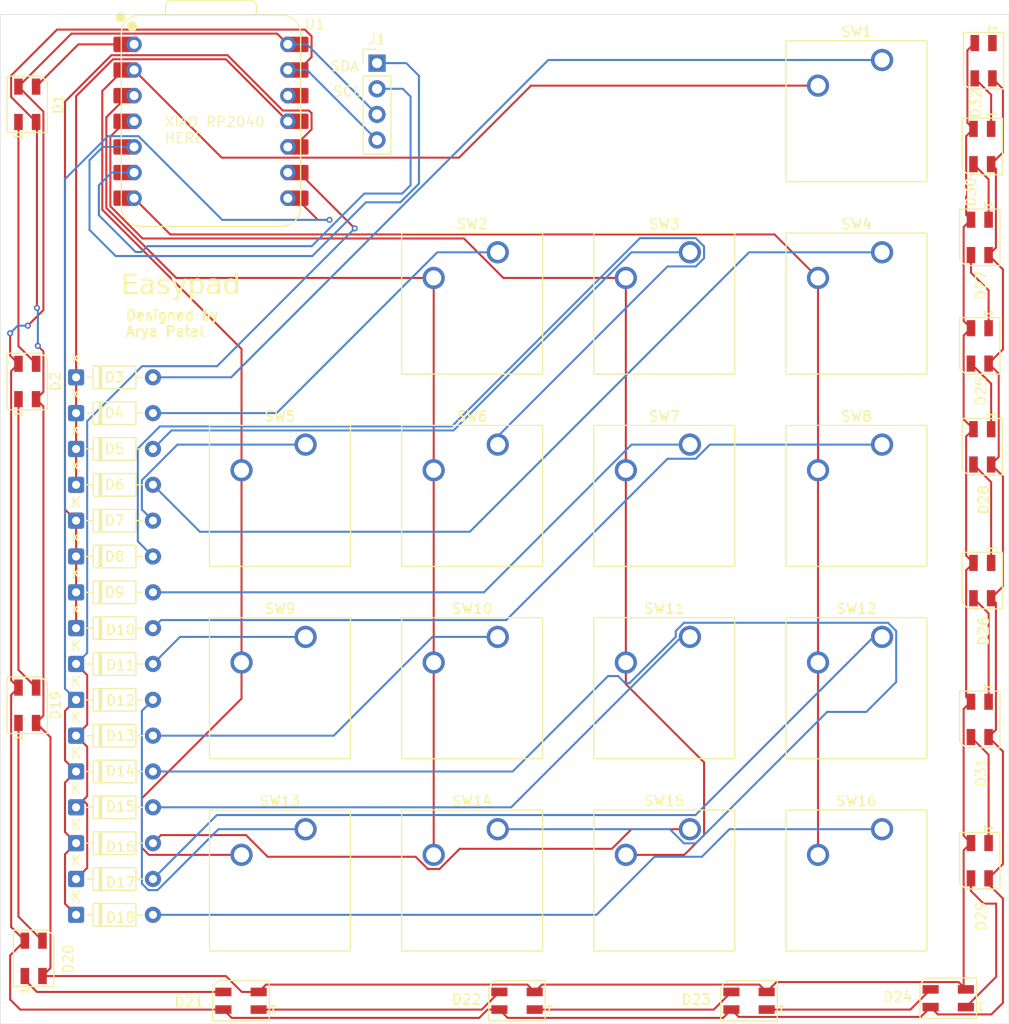
<source format=kicad_pcb>
(kicad_pcb (version 20241229) (generator "pcbnew") (generator_version "9.0")
  (layers (0 "F.Cu" signal) (2 "B.Cu" signal) (13 "F.Paste" user) (15 "B.Paste" user) (5 "F.SilkS" user "F.Silkscreen") (7 "B.SilkS" user "B.Silkscreen") (1 "F.Mask" user) (3 "B.Mask" user) (25 "Edge.Cuts" user))
  (net 0 "")
  (net 1 "Net-(D1-DIN)")
  (net 2 "GND")
  (net 3 "+5V")
  (net 4 "Net-(D1-DOUT)")
  (net 5 "Net-(D19-DIN)")
  (net 6 "Net-(D3-A)")
  (net 7 "R1")
  (net 8 "Net-(D4-A)")
  (net 9 "Net-(D5-A)")
  (net 10 "Net-(D6-A)")
  (net 11 "R2")
  (net 12 "Net-(D7-A)")
  (net 13 "Net-(D8-A)")
  (net 14 "Net-(D9-A)")
  (net 15 "Net-(D10-A)")
  (net 16 "R3")
  (net 17 "Net-(D11-A)")
  (net 18 "Net-(D12-A)")
  (net 19 "R4")
  (net 20 "Net-(D13-A)")
  (net 21 "Net-(D14-A)")
  (net 22 "Net-(D15-A)")
  (net 23 "Net-(D16-A)")
  (net 24 "Net-(D17-A)")
  (net 25 "Net-(D18-A)")
  (net 26 "Net-(D19-DOUT)")
  (net 27 "Net-(D20-DOUT)")
  (net 28 "Net-(D21-DOUT)")
  (net 29 "Net-(D22-DOUT)")
  (net 30 "Net-(D23-DOUT)")
  (net 31 "Net-(D24-DOUT)")
  (net 32 "Net-(D25-DOUT)")
  (net 33 "Net-(D26-DOUT)")
  (net 34 "Net-(D26-DIN)")
  (net 35 "Net-(D29-DOUT)")
  (net 36 "Net-(D30-DOUT)")
  (net 38 "Net-(J1-Pin_2)")
  (net 39 "Net-(J1-Pin_1)")
  (net 40 "C1")
  (net 41 "C2")
  (net 42 "C3")
  (net 43 "C4")
  (net 45 "Net-(D25-DIN)")
  (net 46 "Net-(D27-DOUT)")
  (footprint "LED_SMD:LED_SK6812MINI_PLCC4_3.5x3.5mm_P1.75mm" (layer "F.Cu") (at 159.425314 79.621 -90)
    (property "Reference" "D26")
    (property "Value" "SK6812MINI")
  )
  (footprint "Diode_THT:D_DO-35_SOD27_P7.62mm_Horizontal" (layer "F.Cu") (at 69.590314 102.0835)
    (property "Reference" "D15")
    (property "Value" "1N4148")
  )
  (footprint "OPL:XIAO-RP2040-DIP" (layer "F.Cu") (at 82.960314 34.121)
    (property "Reference" "U1")
    (property "Value" "XIAO-RP2040-DIP")
  )
  (footprint "Diode_THT:D_DO-35_SOD27_P7.62mm_Horizontal" (layer "F.Cu") (at 69.590314 70.1335)
    (property "Reference" "D6")
    (property "Value" "1N4148")
  )
  (footprint "Diode_THT:D_DO-35_SOD27_P7.62mm_Horizontal" (layer "F.Cu") (at 69.590314 105.6335)
    (property "Reference" "D16")
    (property "Value" "1N4148")
  )
  (footprint "Diode_THT:D_DO-35_SOD27_P7.62mm_Horizontal" (layer "F.Cu") (at 69.590314 73.6835)
    (property "Reference" "D7")
    (property "Value" "1N4148")
  )
  (footprint "Diode_THT:D_DO-35_SOD27_P7.62mm_Horizontal" (layer "F.Cu") (at 69.590314 63.0335)
    (property "Reference" "D4")
    (property "Value" "1N4148")
  )
  (footprint "Button_Switch_Keyboard:SW_Cherry_MX_1.00u_PCB" (layer "F.Cu") (at 111.390314 66.151)
    (property "Reference" "SW6")
    (property "Value" "SW_Push")
  )
  (footprint "Connector_PinHeader_2.54mm:PinHeader_1x04_P2.54mm_Vertical" (layer "F.Cu") (at 99.420314 28.361)
    (property "Reference" "J1")
    (property "Value" "Conn_01x04")
  )
  (footprint "Diode_THT:D_DO-35_SOD27_P7.62mm_Horizontal" (layer "F.Cu") (at 69.590314 94.9835)
    (property "Reference" "D13")
    (property "Value" "1N4148")
  )
  (footprint "Diode_THT:D_DO-35_SOD27_P7.62mm_Horizontal" (layer "F.Cu") (at 69.590314 112.7335)
    (property "Reference" "D18")
    (property "Value" "1N4148")
  )
  (footprint "LED_SMD:LED_SK6812MINI_PLCC4_3.5x3.5mm_P1.75mm" (layer "F.Cu") (at 159.550314 28.121 -90)
    (property "Reference" "D32")
    (property "Value" "SK6812MINI")
  )
  (footprint "LED_SMD:LED_SK6812MINI_PLCC4_3.5x3.5mm_P1.75mm" (layer "F.Cu") (at 159.175314 45.621 -90)
    (property "Reference" "D27")
    (property "Value" "SK6812MINI")
  )
  (footprint "LED_SMD:LED_SK6812MINI_PLCC4_3.5x3.5mm_P1.75mm" (layer "F.Cu") (at 156.050314 120.996 180)
    (property "Reference" "D24")
    (property "Value" "SK6812MINI")
  )
  (footprint "Button_Switch_Keyboard:SW_Cherry_MX_1.00u_PCB" (layer "F.Cu") (at 149.490314 66.151)
    (property "Reference" "SW8")
    (property "Value" "SW_Push")
  )
  (footprint "Diode_THT:D_DO-35_SOD27_P7.62mm_Horizontal" (layer "F.Cu") (at 69.590314 80.7835)
    (property "Reference" "D9")
    (property "Value" "1N4148")
  )
  (footprint "Button_Switch_Keyboard:SW_Cherry_MX_1.00u_PCB" (layer "F.Cu") (at 111.390314 104.251)
    (property "Reference" "SW14")
    (property "Value" "SW_Push")
  )
  (footprint "Diode_THT:D_DO-35_SOD27_P7.62mm_Horizontal" (layer "F.Cu") (at 69.590314 109.1835)
    (property "Reference" "D17")
    (property "Value" "1N4148")
  )
  (footprint "Button_Switch_Keyboard:SW_Cherry_MX_1.00u_PCB" (layer "F.Cu") (at 92.340314 66.151)
    (property "Reference" "SW5")
    (property "Value" "SW_Push")
  )
  (footprint "LED_SMD:LED_SK6812MINI_PLCC4_3.5x3.5mm_P1.75mm" (layer "F.Cu") (at 159.425314 36.621 -90)
    (property "Reference" "D30")
    (property "Value" "SK6812MINI")
  )
  (footprint "Button_Switch_Keyboard:SW_Cherry_MX_1.00u_PCB" (layer "F.Cu") (at 149.490314 47.101)
    (property "Reference" "SW4")
    (property "Value" "SW_Push")
  )
  (footprint "Diode_THT:D_DO-35_SOD27_P7.62mm_Horizontal" (layer "F.Cu") (at 69.590314 66.5835)
    (property "Reference" "D5")
    (property "Value" "1N4148")
  )
  (footprint "LED_SMD:LED_SK6812MINI_PLCC4_3.5x3.5mm_P1.75mm" (layer "F.Cu") (at 113.300314 121.246 180)
    (property "Reference" "D22")
    (property "Value" "SK6812MINI")
  )
  (footprint "Diode_THT:D_DO-35_SOD27_P7.62mm_Horizontal" (layer "F.Cu") (at 69.590314 98.5335)
    (property "Reference" "D14")
    (property "Value" "1N4148")
  )
  (footprint "Diode_THT:D_DO-35_SOD27_P7.62mm_Horizontal" (layer "F.Cu") (at 69.590314 87.8835)
    (property "Reference" "D11")
    (property "Value" "1N4148")
  )
  (footprint "Diode_THT:D_DO-35_SOD27_P7.62mm_Horizontal" (layer "F.Cu") (at 69.590314 84.3335)
    (property "Reference" "D10")
    (property "Value" "1N4148")
  )
  (footprint "Button_Switch_Keyboard:SW_Cherry_MX_1.00u_PCB" (layer "F.Cu") (at 92.340314 104.251)
    (property "Reference" "SW13")
    (property "Value" "SW_Push")
  )
  (footprint "Button_Switch_Keyboard:SW_Cherry_MX_1.00u_PCB" (layer "F.Cu") (at 111.390314 85.201)
    (property "Reference" "SW10")
    (property "Value" "SW_Push")
  )
  (footprint "Button_Switch_Keyboard:SW_Cherry_MX_1.00u_PCB" (layer "F.Cu") (at 149.490314 85.201)
    (property "Reference" "SW12")
    (property "Value" "SW_Push")
  )
  (footprint "Button_Switch_Keyboard:SW_Cherry_MX_1.00u_PCB" (layer "F.Cu") (at 92.340314 85.201)
    (property "Reference" "SW9")
    (property "Value" "SW_Push")
  )
  (footprint "LED_SMD:LED_SK6812MINI_PLCC4_3.5x3.5mm_P1.75mm" (layer "F.Cu") (at 159.425314 66.371 -90)
    (property "Reference" "D28")
    (property "Value" "SK6812MINI")
  )
  (footprint "Button_Switch_Keyboard:SW_Cherry_MX_1.00u_PCB" (layer "F.Cu") (at 130.440314 47.101)
    (property "Reference" "SW3")
    (property "Value" "SW_Push")
  )
  (footprint "Button_Switch_Keyboard:SW_Cherry_MX_1.00u_PCB" (layer "F.Cu") (at 130.440314 85.201)
    (property "Reference" "SW11")
    (property "Value" "SW_Push")
  )
  (footprint "LED_SMD:LED_SK6812MINI_PLCC4_3.5x3.5mm_P1.75mm" (layer "F.Cu") (at 64.750314 91.971 90)
    (property "Reference" "D19")
    (property "Value" "SK6812MINI")
  )
  (footprint "Diode_THT:D_DO-35_SOD27_P7.62mm_Horizontal" (layer "F.Cu") (at 69.590314 91.4335)
    (property "Reference" "D12")
    (property "Value" "1N4148")
  )
  (footprint "Button_Switch_Keyboard:SW_Cherry_MX_1.00u_PCB" (layer "F.Cu") (at 149.490314 104.251)
    (property "Reference" "SW16")
    (property "Value" "SW_Push")
  )
  (footprint "Button_Switch_Keyboard:SW_Cherry_MX_1.00u_PCB" (layer "F.Cu") (at 149.490314 28.051)
    (property "Reference" "SW1")
    (property "Value" "SW_Push")
  )
  (footprint "Button_Switch_Keyboard:SW_Cherry_MX_1.00u_PCB" (layer "F.Cu") (at 130.440314 66.151)
    (property "Reference" "SW7")
    (property "Value" "SW_Push")
  )
  (footprint "LED_SMD:LED_SK6812MINI_PLCC4_3.5x3.5mm_P1.75mm" (layer "F.Cu") (at 64.750314 59.896 90)
    (property "Reference" "D2")
    (property "Value" "SK6812MINI")
  )
  (footprint "Button_Switch_Keyboard:SW_Cherry_MX_1.00u_PCB" (layer "F.Cu") (at 111.390314 47.101)
    (property "Reference" "SW2")
    (property "Value" "SW_Push")
  )
  (footprint "LED_SMD:LED_SK6812MINI_PLCC4_3.5x3.5mm_P1.75mm" (layer "F.Cu") (at 159.175314 107.371 -90)
    (property "Reference" "D29")
    (property "Value" "SK6812MINI")
  )
  (footprint "Diode_THT:D_DO-35_SOD27_P7.62mm_Horizontal" (layer "F.Cu") (at 69.590314 77.2335)
    (property "Reference" "D8")
    (property "Value" "1N4148")
  )
  (footprint "Button_Switch_Keyboard:SW_Cherry_MX_1.00u_PCB" (layer "F.Cu") (at 130.440314 104.251)
    (property "Reference" "SW15")
    (property "Value" "SW_Push")
  )
  (footprint "LED_SMD:LED_SK6812MINI_PLCC4_3.5x3.5mm_P1.75mm" (layer "F.Cu") (at 159.175314 93.371 -90)
    (property "Reference" "D31")
    (property "Value" "SK6812MINI")
  )
  (footprint "LED_SMD:LED_SK6812MINI_PLCC4_3.5x3.5mm_P1.75mm" (layer "F.Cu") (at 64.750314 32.43975 90)
    (property "Reference" "D1")
    (property "Value" "SK6812MINI")
  )
  (footprint "Diode_THT:D_DO-35_SOD27_P7.62mm_Horizontal" (layer "F.Cu") (at 69.590314 59.4835)
    (property "Reference" "D3")
    (property "Value" "1N4148")
  )
  (footprint "LED_SMD:LED_SK6812MINI_PLCC4_3.5x3.5mm_P1.75mm" (layer "F.Cu") (at 65.381564 117.046 90)
    (property "Reference" "D20")
    (property "Value" "SK6812MINI")
  )
  (footprint "LED_SMD:LED_SK6812MINI_PLCC4_3.5x3.5mm_P1.75mm" (layer "F.Cu") (at 159.175314 56.371 -90)
    (property "Reference" "D25")
    (property "Value" "SK6812MINI")
  )
  (footprint "LED_SMD:LED_SK6812MINI_PLCC4_3.5x3.5mm_P1.75mm" (layer "F.Cu") (at 85.937814 121.246 180)
    (property "Reference" "D21")
    (property "Value" "SK6812MINI")
  )
  (footprint "LED_SMD:LED_SK6812MINI_PLCC4_3.5x3.5mm_P1.75mm" (layer "F.Cu") (at 136.300314 121.246 180)
    (property "Reference" "D23")
    (property "Value" "SK6812MINI")
  )
  (gr_rect (start 62.071564 23.546) (end 162.071564 123.546) (stroke (width 0.05)) (fill no) (layer "Edge.Cuts"))
  (gr_text "SCL" (at 95 31.75 0) (layer "F.SilkS") (effects (font (size 1 1) (thickness 0.1)) (justify left bottom)))
  (gr_text "XIAO RP2040 \nHERE" (at 78.300314 36.371 0) (layer "F.SilkS") (effects (font (size 1 1) (thickness 0.1)) (justify left bottom)))
  (gr_text "Easypad" (at 74.03 51.58 0) (layer "F.SilkS") (effects (font (size 2 2) (thickness 0.2)) (justify left bottom)))
  (gr_text "SDA\n" (at 94.75 29.25 0) (layer "F.SilkS") (effects (font (size 1 1) (thickness 0.1)) (justify left bottom)))
  (gr_text "Designed by \nArya Patel" (at 74.42 55.52 0) (layer "F.SilkS") (effects (font (size 1 1) (thickness 0.2)) (justify left bottom)))
  (segment (start 69.814064 26.501) (end 75.340314 26.501) (width 0.2) (layer "F.Cu") (net 1))
  (segment (start 65.625314 30.68975) (end 69.814064 26.501) (width 0.2) (layer "F.Cu") (net 1))
  (segment (start 158.300314 91.621) (end 157.824314 91.145) (width 0.2) (layer "F.Cu") (net 2))
  (segment (start 157.824314 65.347) (end 158.550314 64.621) (width 0.2) (layer "F.Cu") (net 2))
  (segment (start 158.300314 105.621) (end 157.574314 104.895) (width 0.2) (layer "F.Cu") (net 2))
  (segment (start 157.824314 43.395) (end 157.824314 35.597) (width 0.2) (layer "F.Cu") (net 2))
  (segment (start 115.776314 119.645) (end 137.324314 119.645) (width 0.2) (layer "F.Cu") (net 2))
  (segment (start 65.625314 34.18975) (end 65.710099 34.274535) (width 0.2) (layer "F.Cu") (net 2))
  (segment (start 65.625314 61.646) (end 66.351314 62.372) (width 0.2) (layer "F.Cu") (net 2))
  (segment (start 66.351314 60.92) (end 65.625314 61.646) (width 0.2) (layer "F.Cu") (net 2))
  (segment (start 65.625314 34.18975) (end 63.149314 31.71375) (width 0.2) (layer "F.Cu") (net 2))
  (segment (start 158.300314 54.621) (end 157.574314 53.895) (width 0.2) (layer "F.Cu") (net 2))
  (segment (start 157.574314 55.347) (end 158.300314 54.621) (width 0.2) (layer "F.Cu") (net 2))
  (segment (start 63.149314 29.58875) (end 67.701064 25.037) (width 0.2) (layer "F.Cu") (net 2))
  (segment (start 67.050314 95.146) (end 67.050314 118.00225) (width 0.2) (layer "F.Cu") (net 2))
  (segment (start 137.324314 119.645) (end 138.050314 120.371) (width 0.2) (layer "F.Cu") (net 2))
  (segment (start 138.050314 120.371) (end 139.026314 119.395) (width 0.2) (layer "F.Cu") (net 2))
  (segment (start 157.574314 63.645) (end 157.574314 55.347) (width 0.2) (layer "F.Cu") (net 2))
  (segment (start 65.800314 56.371) (end 66.351314 56.922) (width 0.2) (layer "F.Cu") (net 2))
  (segment (start 92.932314 27.76663) (end 91.657944 29.041) (width 0.2) (layer "F.Cu") (net 2))
  (segment (start 158.550314 34.871) (end 157.949314 34.27) (width 0.2) (layer "F.Cu") (net 2))
  (segment (start 157.574314 92.347) (end 158.300314 91.621) (width 0.2) (layer "F.Cu") (net 2))
  (segment (start 157.949314 34.27) (end 157.949314 27.097) (width 0.2) (layer "F.Cu") (net 2))
  (segment (start 63.149314 31.71375) (end 63.149314 29.58875) (width 0.2) (layer "F.Cu") (net 2))
  (segment (start 66.351314 62.372) (end 66.351314 92.995) (width 0.2) (layer "F.Cu") (net 2))
  (segment (start 66.256564 118.796) (end 84.439814 118.796) (width 0.2) (layer "F.Cu") (net 2))
  (segment (start 157.574314 44.597) (end 158.300314 43.871) (width 0.2) (layer "F.Cu") (net 2))
  (segment (start 114.324314 119.645) (end 115.050314 120.371) (width 0.2) (layer "F.Cu") (net 2))
  (segment (start 157.800314 120.121) (end 157.574314 119.895) (width 0.2) (layer "F.Cu") (net 2))
  (segment (start 115.050314 120.371) (end 115.776314 119.645) (width 0.2) (layer "F.Cu") (net 2))
  (segment (start 65.625314 93.721) (end 67.050314 95.146) (width 0.2) (layer "F.Cu") (net 2))
  (segment (start 157.574314 53.895) (end 157.574314 44.597) (width 0.2) (layer "F.Cu") (net 2))
  (segment (start 157.074314 119.395) (end 157.800314 120.121) (width 0.2) (layer "F.Cu") (net 2))
  (segment (start 84.439814 118.796) (end 86.014814 120.371) (width 0.2) (layer "F.Cu") (net 2))
  (segment (start 158.550314 77.871) (end 157.824314 77.145) (width 0.2) (layer "F.Cu") (net 2))
  (segment (start 157.574314 119.895) (end 157.574314 106.347) (width 0.2) (layer "F.Cu") (net 2))
  (segment (start 92.26994 25.037) (end 92.932314 25.699374) (width 0.2) (layer "F.Cu") (net 2))
  (segment (start 157.824314 77.145) (end 157.824314 65.347) (width 0.2) (layer "F.Cu") (net 2))
  (segment (start 157.824314 78.597) (end 158.550314 77.871) (width 0.2) (layer "F.Cu") (net 2))
  (segment (start 67.701064 25.037) (end 92.26994 25.037) (width 0.2) (layer "F.Cu") (net 2))
  (segment (start 157.949314 27.097) (end 158.675314 26.371) (width 0.2) (layer "F.Cu") (net 2))
  (segment (start 157.824314 35.597) (end 158.550314 34.871) (width 0.2) (layer "F.Cu") (net 2))
  (segment (start 157.574314 106.347) (end 158.300314 105.621) (width 0.2) (layer "F.Cu") (net 2))
  (segment (start 86.014814 120.371) (end 87.687814 120.371) (width 0.2) (layer "F.Cu") (net 2))
  (segment (start 65.710099 34.274535) (end 65.710099 52.612685) (width 0.2) (layer "F.Cu") (net 2))
  (segment (start 67.050314 118.00225) (end 66.256564 118.796) (width 0.2) (layer "F.Cu") (net 2))
  (segment (start 158.550314 64.621) (end 157.574314 63.645) (width 0.2) (layer "F.Cu") (net 2))
  (segment (start 88.413814 119.645) (end 114.324314 119.645) (width 0.2) (layer "F.Cu") (net 2))
  (segment (start 87.687814 120.371) (end 88.413814 119.645) (width 0.2) (layer "F.Cu") (net 2))
  (segment (start 139.026314 119.395) (end 157.074314 119.395) (width 0.2) (layer "F.Cu") (net 2))
  (segment (start 66.351314 56.922) (end 66.351314 60.92) (width 0.2) (layer "F.Cu") (net 2))
  (segment (start 92.932314 25.699374) (end 92.932314 27.76663) (width 0.2) (layer "F.Cu") (net 2))
  (segment (start 157.574314 104.895) (end 157.574314 92.347) (width 0.2) (layer "F.Cu") (net 2))
  (segment (start 66.351314 92.995) (end 65.625314 93.721) (width 0.2) (layer "F.Cu") (net 2))
  (segment (start 91.657944 29.041) (end 90.580314 29.041) (width 0.2) (layer "F.Cu") (net 2))
  (segment (start 158.300314 43.871) (end 157.824314 43.395) (width 0.2) (layer "F.Cu") (net 2))
  (segment (start 157.824314 91.145) (end 157.824314 78.597) (width 0.2) (layer "F.Cu") (net 2))
  (via (at 65.800314 56.371) (size 0.6) (drill 0.3) (layers "F.Cu" "B.Cu") (net 2))
  (via (at 65.710099 52.612685) (size 0.6) (drill 0.3) (layers "F.Cu" "B.Cu") (net 2))
  (segment (start 99.420314 35.981) (end 92.480314 29.041) (width 0.2) (layer "B.Cu") (net 2))
  (segment (start 92.480314 29.041) (end 90.580314 29.041) (width 0.2) (layer "B.Cu") (net 2))
  (segment (start 65.710099 52.612685) (end 65.800314 52.7029) (width 0.2) (layer "B.Cu") (net 2))
  (segment (start 65.800314 52.7029) (end 65.800314 56.371) (width 0.2) (layer "B.Cu") (net 2))
  (segment (start 161.470564 107.70075) (end 161.470564 96.54125) (width 0.2) (layer "F.Cu") (net 3))
  (segment (start 161.470564 30.91625) (end 160.425314 29.871) (width 0.2) (layer "F.Cu") (net 3))
  (segment (start 154.300314 121.871) (end 155.026314 122.597) (width 0.2) (layer "F.Cu") (net 3))
  (segment (start 63.875314 30.68975) (end 66.351314 33.16575) (width 0.2) (layer "F.Cu") (net 3))
  (segment (start 85.011814 122.945) (end 109.550314 122.945) (width 0.2) (layer "F.Cu") (net 3))
  (segment (start 63.149314 58.872) (end 63.149314 89.495) (width 0.2) (layer "F.Cu") (net 3))
  (segment (start 63.050314 121.121) (end 64.050314 122.121) (width 0.2) (layer "F.Cu") (net 3))
  (segment (start 161.470564 121.45075) (end 161.470564 111.121) (width 0.2) (layer "F.Cu") (net 3))
  (segment (start 63.149314 90.947) (end 63.149314 113.93875) (width 0.2) (layer "F.Cu") (net 3))
  (segment (start 84.187814 122.121) (end 85.011814 122.945) (width 0.2) (layer "F.Cu") (net 3))
  (segment (start 63.149314 113.93875) (end 64.506564 115.296) (width 0.2) (layer "F.Cu") (net 3))
  (segment (start 63.050314 55.121) (end 63.050314 57.321) (width 0.2) (layer "F.Cu") (net 3))
  (segment (start 66.351314 52.82) (end 64.800314 54.371) (width 0.2) (layer "F.Cu") (net 3))
  (segment (start 155.026314 122.597) (end 160.324314 122.597) (width 0.2) (layer "F.Cu") (net 3))
  (segment (start 63.149314 89.495) (end 63.875314 90.221) (width 0.2) (layer "F.Cu") (net 3))
  (segment (start 160.300314 38.371) (end 161.470564 37.20075) (width 0.2) (layer "F.Cu") (net 3))
  (segment (start 160.324314 122.597) (end 161.470564 121.45075) (width 0.2) (layer "F.Cu") (net 3))
  (segment (start 160.050314 58.121) (end 161.470564 56.70075) (width 0.2) (layer "F.Cu") (net 3))
  (segment (start 64.506564 115.296) (end 63.050314 116.75225) (width 0.2) (layer "F.Cu") (net 3))
  (segment (start 161.050314 67.371) (end 161.050314 59.121) (width 0.2) (layer "F.Cu") (net 3))
  (segment (start 160.050314 109.121) (end 161.470564 107.70075) (width 0.2) (layer "F.Cu") (net 3))
  (segment (start 64.050314 122.121) (end 84.187814 122.121) (width 0.2) (layer "F.Cu") (net 3))
  (segment (start 160.300314 68.121) (end 161.050314 67.371) (width 0.2) (layer "F.Cu") (net 3))
  (segment (start 160.776314 38.847) (end 160.300314 38.371) (width 0.2) (layer "F.Cu") (net 3))
  (segment (start 153.324314 122.847) (end 154.300314 121.871) (width 0.2) (layer "F.Cu") (net 3))
  (segment (start 161.470564 69.29125) (end 160.300314 68.121) (width 0.2) (layer "F.Cu") (net 3))
  (segment (start 63.875314 30.68975) (end 69.127064 25.438) (width 0.2) (layer "F.Cu") (net 3))
  (segment (start 63.875314 58.146) (end 63.149314 58.872) (width 0.2) (layer "F.Cu") (net 3))
  (segment (start 160.050314 109.70075) (end 160.050314 109.121) (width 0.2) (layer "F.Cu") (net 3))
  (segment (start 161.470564 80.20075) (end 161.470564 69.29125) (width 0.2) (layer "F.Cu") (net 3))
  (segment (start 160.300314 81.371) (end 161.470564 80.20075) (width 0.2) (layer "F.Cu") (net 3))
  (segment (start 161.050314 59.121) (end 160.050314 58.121) (width 0.2) (layer "F.Cu") (net 3))
  (segment (start 160.776314 46.645) (end 160.776314 38.847) (width 0.2) (layer "F.Cu") (net 3))
  (segment (start 66.351314 33.16575) (end 66.351314 52.82) (width 0.2) (layer "F.Cu") (net 3))
  (segment (start 63.050314 116.75225) (end 63.050314 121.121) (width 0.2) (layer "F.Cu") (net 3))
  (segment (start 133.726314 122.945) (end 134.550314 122.121) (width 0.2) (layer "F.Cu") (net 3))
  (segment (start 161.470564 56.70075) (end 161.470564 48.79125) (width 0.2) (layer "F.Cu") (net 3))
  (segment (start 110.374314 122.121) (end 111.550314 122.121) (width 0.2) (layer "F.Cu") (net 3))
  (segment (start 89.517314 25.438) (end 90.580314 26.501) (width 0.2) (layer "F.Cu") (net 3))
  (segment (start 160.050314 95.121) (end 160.776314 94.395) (width 0.2) (layer "F.Cu") (net 3))
  (segment (start 160.776314 81.847) (end 160.300314 81.371) (width 0.2) (layer "F.Cu") (net 3))
  (segment (start 161.470564 48.79125) (end 160.050314 47.371) (width 0.2) (layer "F.Cu") (net 3))
  (segment (start 161.470564 96.54125) (end 160.050314 95.121) (width 0.2) (layer "F.Cu") (net 3))
  (segment (start 112.374314 122.945) (end 133.726314 122.945) (width 0.2) (layer "F.Cu") (net 3))
  (segment (start 111.550314 122.121) (end 112.374314 122.945) (width 0.2) (layer "F.Cu") (net 3))
  (segment (start 134.550314 122.121) (end 135.276314 122.847) (width 0.2) (layer "F.Cu") (net 3))
  (segment (start 160.776314 94.395) (end 160.776314 81.847) (width 0.2) (layer "F.Cu") (net 3))
  (segment (start 160.050314 47.371) (end 160.776314 46.645) (width 0.2) (layer "F.Cu") (net 3))
  (segment (start 135.276314 122.847) (end 153.324314 122.847) (width 0.2) (layer "F.Cu") (net 3))
  (segment (start 63.875314 90.221) (end 63.149314 90.947) (width 0.2) (layer "F.Cu") (net 3))
  (segment (start 161.470564 111.121) (end 160.050314 109.70075) (width 0.2) (layer "F.Cu") (net 3))
  (segment (start 63.050314 57.321) (end 63.875314 58.146) (width 0.2) (layer "F.Cu") (net 3))
  (segment (start 69.127064 25.438) (end 89.517314 25.438) (width 0.2) (layer "F.Cu") (net 3))
  (segment (start 109.550314 122.945) (end 110.374314 122.121) (width 0.2) (layer "F.Cu") (net 3))
  (segment (start 161.470564 37.20075) (end 161.470564 30.91625) (width 0.2) (layer "F.Cu") (net 3))
  (via (at 63.050314 55.121) (size 0.6) (drill 0.3) (layers "F.Cu" "B.Cu") (net 3))
  (via (at 64.800314 54.371) (size 0.6) (drill 0.3) (layers "F.Cu" "B.Cu") (net 3))
  (segment (start 92.480314 26.501) (end 90.580314 26.501) (width 0.2) (layer "B.Cu") (net 3))
  (segment (start 99.420314 33.441) (end 92.480314 26.501) (width 0.2) (layer "B.Cu") (net 3))
  (segment (start 63.800314 54.371) (end 63.050314 55.121) (width 0.2) (layer "B.Cu") (net 3))
  (segment (start 64.800314 54.371) (end 63.800314 54.371) (width 0.2) (layer "B.Cu") (net 3))
  (segment (start 63.875314 34.18975) (end 63.875314 56.396) (width 0.2) (layer "F.Cu") (net 4))
  (segment (start 63.875314 56.396) (end 65.625314 58.146) (width 0.2) (layer "F.Cu") (net 4))
  (segment (start 63.875314 88.471) (end 65.625314 90.221) (width 0.2) (layer "F.Cu") (net 5))
  (segment (start 63.875314 61.646) (end 63.875314 88.471) (width 0.2) (layer "F.Cu") (net 5))
  (segment (start 149.490314 28.051) (end 116.397414 28.051) (width 0.2) (layer "B.Cu") (net 6))
  (segment (start 84.964914 59.4835) (end 77.210314 59.4835) (width 0.2) (layer "B.Cu") (net 6))
  (segment (start 116.397414 28.051) (end 84.964914 59.4835) (width 0.2) (layer "B.Cu") (net 6))
  (segment (start 69.590314 63.0335) (end 69.590314 66.5835) (width 0.2) (layer "F.Cu") (net 7))
  (segment (start 69.590314 66.5835) (end 69.590314 70.1335) (width 0.2) (layer "F.Cu") (net 7))
  (segment (start 84.437314 27.978) (end 73.249688 27.978) (width 0.2) (layer "F.Cu") (net 7))
  (segment (start 69.590314 59.4835) (end 69.590314 63.0335) (width 0.2) (layer "F.Cu") (net 7))
  (segment (start 90.580314 34.121) (end 84.437314 27.978) (width 0.2) (layer "F.Cu") (net 7))
  (segment (start 69.590314 31.637374) (end 69.590314 59.4835) (width 0.2) (layer "F.Cu") (net 7))
  (segment (start 73.249688 27.978) (end 69.590314 31.637374) (width 0.2) (layer "F.Cu") (net 7))
  (segment (start 89.467814 63.0335) (end 77.210314 63.0335) (width 0.2) (layer "B.Cu") (net 8))
  (segment (start 105.400314 47.101) (end 89.467814 63.0335) (width 0.2) (layer "B.Cu") (net 8))
  (segment (start 111.390314 47.101) (end 105.400314 47.101) (width 0.2) (layer "B.Cu") (net 8))
  (segment (start 107 64.75) (end 79.043814 64.75) (width 0.2) (layer "B.Cu") (net 9))
  (segment (start 79.043814 64.75) (end 77.210314 66.5835) (width 0.2) (layer "B.Cu") (net 9))
  (segment (start 130.440314 47.101) (end 124.649 47.101) (width 0.2) (layer "B.Cu") (net 9))
  (segment (start 124.649 47.101) (end 107 64.75) (width 0.2) (layer "B.Cu") (net 9))
  (segment (start 149.490314 47.101) (end 136.30513 47.101) (width 0.2) (layer "B.Cu") (net 10))
  (segment (start 81.861314 74.7845) (end 77.210314 70.1335) (width 0.2) (layer "B.Cu") (net 10))
  (segment (start 136.30513 47.101) (end 108.62163 74.7845) (width 0.2) (layer "B.Cu") (net 10))
  (segment (start 108.62163 74.7845) (end 81.861314 74.7845) (width 0.2) (layer "B.Cu") (net 10))
  (segment (start 90.084414 33.058) (end 84.603414 27.577) (width 0.2) (layer "F.Cu") (net 11))
  (segment (start 92.67094 33.058) (end 90.084414 33.058) (width 0.2) (layer "F.Cu") (net 11))
  (segment (start 73.083588 27.577) (end 68.489314 32.171274) (width 0.2) (layer "F.Cu") (net 11))
  (segment (start 90.580314 36.661) (end 91.19394 36.661) (width 0.2) (layer "F.Cu") (net 11))
  (segment (start 92.932314 34.922626) (end 92.932314 33.319374) (width 0.2) (layer "F.Cu") (net 11))
  (segment (start 68.489314 32.171274) (end 68.489314 72.5825) (width 0.2) (layer "F.Cu") (net 11))
  (segment (start 92.932314 33.319374) (end 92.67094 33.058) (width 0.2) (layer "F.Cu") (net 11))
  (segment (start 69.590314 73.6835) (end 69.590314 77.2335) (width 0.2) (layer "F.Cu") (net 11))
  (segment (start 69.590314 80.7835) (end 69.590314 84.3335) (width 0.2) (layer "F.Cu") (net 11))
  (segment (start 69.590314 77.2335) (end 69.590314 80.7835) (width 0.2) (layer "F.Cu") (net 11))
  (segment (start 84.603414 27.577) (end 73.083588 27.577) (width 0.2) (layer "F.Cu") (net 11))
  (segment (start 68.489314 72.5825) (end 69.590314 73.6835) (width 0.2) (layer "F.Cu") (net 11))
  (segment (start 91.19394 36.661) (end 92.932314 34.922626) (width 0.2) (layer "F.Cu") (net 11))
  (segment (start 76.109314 69.67745) (end 76.109314 72.5825) (width 0.2) (layer "B.Cu") (net 12))
  (segment (start 92.340314 66.151) (end 79.635764 66.151) (width 0.2) (layer "B.Cu") (net 12))
  (segment (start 79.635764 66.151) (end 76.109314 69.67745) (width 0.2) (layer "B.Cu") (net 12))
  (segment (start 76.109314 72.5825) (end 77.210314 73.6835) (width 0.2) (layer "B.Cu") (net 12))
  (segment (start 128.218628 48.502) (end 131.020628 48.502) (width 0.2) (layer "B.Cu") (net 13))
  (segment (start 111.390314 65.330314) (end 128.218628 48.502) (width 0.2) (layer "B.Cu") (net 13))
  (segment (start 131.841314 47.681314) (end 131.841314 46.520686) (width 0.2) (layer "B.Cu") (net 13))
  (segment (start 111.390314 66.151) (end 111.390314 65.330314) (width 0.2) (layer "B.Cu") (net 13))
  (segment (start 75.708314 75.7315) (end 77.210314 77.2335) (width 0.2) (layer "B.Cu") (net 13))
  (segment (start 125.4829 45.7) (end 106.8339 64.349) (width 0.2) (layer "B.Cu") (net 13))
  (segment (start 131.841314 46.520686) (end 131.020628 45.7) (width 0.2) (layer "B.Cu") (net 13))
  (segment (start 75.708314 66.52845) (end 75.708314 75.7315) (width 0.2) (layer "B.Cu") (net 13))
  (segment (start 77.887764 64.349) (end 75.708314 66.52845) (width 0.2) (layer "B.Cu") (net 13))
  (segment (start 106.8339 64.349) (end 77.887764 64.349) (width 0.2) (layer "B.Cu") (net 13))
  (segment (start 131.020628 45.7) (end 125.4829 45.7) (width 0.2) (layer "B.Cu") (net 13))
  (segment (start 131.020628 48.502) (end 131.841314 47.681314) (width 0.2) (layer "B.Cu") (net 13))
  (segment (start 110.017814 80.7835) (end 77.210314 80.7835) (width 0.2) (layer "B.Cu") (net 14))
  (segment (start 130.440314 66.151) (end 124.650314 66.151) (width 0.2) (layer "B.Cu") (net 14))
  (segment (start 124.650314 66.151) (end 110.017814 80.7835) (width 0.2) (layer "B.Cu") (net 14))
  (segment (start 132.421628 66.151) (end 131.020628 67.552) (width 0.2) (layer "B.Cu") (net 15))
  (segment (start 112.237127 83.533501) (end 78.010313 83.533501) (width 0.2) (layer "B.Cu") (net 15))
  (segment (start 149.490314 66.151) (end 132.421628 66.151) (width 0.2) (layer "B.Cu") (net 15))
  (segment (start 128.218628 67.552) (end 112.237127 83.533501) (width 0.2) (layer "B.Cu") (net 15))
  (segment (start 78.010313 83.533501) (end 77.210314 84.3335) (width 0.2) (layer "B.Cu") (net 15))
  (segment (start 131.020628 67.552) (end 128.218628 67.552) (width 0.2) (layer "B.Cu") (net 15))
  (segment (start 70.282814 101.391) (end 70.691314 101.7995) (width 0.2) (layer "F.Cu") (net 16))
  (segment (start 70.691314 96.0845) (end 70.691314 100.9825) (width 0.2) (layer "F.Cu") (net 16))
  (segment (start 69.590314 87.8835) (end 70.691314 88.9845) (width 0.2) (layer "F.Cu") (net 16))
  (segment (start 91.682814 39.201) (end 97.212814 44.731) (width 0.2) (layer "F.Cu") (net 16))
  (segment (start 70.691314 100.9825) (end 70.282814 101.391) (width 0.2) (layer "F.Cu") (net 16))
  (segment (start 70.282814 101.391) (end 69.590314 102.0835) (width 0.2) (layer "F.Cu") (net 16))
  (segment (start 70.691314 93.8825) (end 69.590314 94.9835) (width 0.2) (layer "F.Cu") (net 16))
  (segment (start 90.580314 39.201) (end 91.682814 39.201) (width 0.2) (layer "F.Cu") (net 16))
  (segment (start 69.590314 94.9835) (end 70.691314 96.0845) (width 0.2) (layer "F.Cu") (net 16))
  (segment (start 70.691314 108.0825) (end 69.590314 109.1835) (width 0.2) (layer "F.Cu") (net 16))
  (segment (start 70.691314 88.9845) (end 70.691314 93.8825) (width 0.2) (layer "F.Cu") (net 16))
  (segment (start 70.691314 101.7995) (end 70.691314 108.0825) (width 0.2) (layer "F.Cu") (net 16))
  (via (at 97.212814 44.731) (size 0.6) (drill 0.3) (layers "F.Cu" "B.Cu") (net 16))
  (segment (start 76.127474 58.3825) (end 70.691314 63.81866) (width 0.2) (layer "B.Cu") (net 16))
  (segment (start 97.212814 44.731) (end 83.561314 58.3825) (width 0.2) (layer "B.Cu") (net 16))
  (segment (start 70.691314 86.7825) (end 69.590314 87.8835) (width 0.2) (layer "B.Cu") (net 16))
  (segment (start 83.561314 58.3825) (end 76.127474 58.3825) (width 0.2) (layer "B.Cu") (net 16))
  (segment (start 70.691314 63.81866) (end 70.691314 86.7825) (width 0.2) (layer "B.Cu") (net 16))
  (segment (start 92.340314 85.201) (end 79.892814 85.201) (width 0.2) (layer "B.Cu") (net 17))
  (segment (start 79.892814 85.201) (end 77.210314 87.8835) (width 0.2) (layer "B.Cu") (net 17))
  (segment (start 92.340314 104.251) (end 83.699864 104.251) (width 0.2) (layer "B.Cu") (net 18))
  (segment (start 76.754264 110.2845) (end 76.109314 109.63955) (width 0.2) (layer "B.Cu") (net 18))
  (segment (start 76.109314 92.5345) (end 77.210314 91.4335) (width 0.2) (layer "B.Cu") (net 18))
  (segment (start 77.666364 110.2845) (end 76.754264 110.2845) (width 0.2) (layer "B.Cu") (net 18))
  (segment (start 83.699864 104.251) (end 77.666364 110.2845) (width 0.2) (layer "B.Cu") (net 18))
  (segment (start 76.109314 109.63955) (end 76.109314 92.5345) (width 0.2) (layer "B.Cu") (net 18))
  (segment (start 69.590314 98.5335) (end 68.489314 99.6345) (width 0.2) (layer "F.Cu") (net 19))
  (segment (start 69.590314 105.6335) (end 68.489314 106.7345) (width 0.2) (layer "F.Cu") (net 19))
  (segment (start 93.559808 43.885494) (end 94.707291 43.885494) (width 0.2) (layer "F.Cu") (net 19))
  (segment (start 68.489314 99.6345) (end 68.489314 104.5325) (width 0.2) (layer "F.Cu") (net 19))
  (segment (start 68.489314 97.4325) (end 69.590314 98.5335) (width 0.2) (layer "F.Cu") (net 19))
  (segment (start 68.489314 111.6325) (end 69.590314 112.7335) (width 0.2) (layer "F.Cu") (net 19))
  (segment (start 68.489314 104.5325) (end 69.590314 105.6335) (width 0.2) (layer "F.Cu") (net 19))
  (segment (start 91.415314 41.741) (end 93.559808 43.885494) (width 0.2) (layer "F.Cu") (net 19))
  (segment (start 68.489314 92.5345) (end 68.489314 97.4325) (width 0.2) (layer "F.Cu") (net 19))
  (segment (start 68.489314 106.7345) (end 68.489314 111.6325) (width 0.2) (layer "F.Cu") (net 19))
  (segment (start 69.590314 91.4335) (end 68.489314 92.5345) (width 0.2) (layer "F.Cu") (net 19))
  (via (at 94.707291 43.885494) (size 0.6) (drill 0.3) (layers "F.Cu" "B.Cu") (net 19))
  (segment (start 68.489314 90.3325) (end 69.590314 91.4335) (width 0.2) (layer "B.Cu") (net 19))
  (segment (start 84.068118 43.885494) (end 75.780624 35.598) (width 0.2) (layer "B.Cu") (net 19))
  (segment (start 68.489314 39.8449) (end 68.489314 90.3325) (width 0.2) (layer "B.Cu") (net 19))
  (segment (start 72.736214 35.598) (end 68.489314 39.8449) (width 0.2) (layer "B.Cu") (net 19))
  (segment (start 75.780624 35.598) (end 72.736214 35.598) (width 0.2) (layer "B.Cu") (net 19))
  (segment (start 94.707291 43.885494) (end 84.068118 43.885494) (width 0.2) (layer "B.Cu") (net 19))
  (segment (start 95.127814 94.9835) (end 77.210314 94.9835) (width 0.2) (layer "B.Cu") (net 20))
  (segment (start 111.390314 85.201) (end 104.910314 85.201) (width 0.2) (layer "B.Cu") (net 20))
  (segment (start 104.910314 85.201) (end 95.127814 94.9835) (width 0.2) (layer "B.Cu") (net 20))
  (segment (start 112.869344 98.5335) (end 77.210314 98.5335) (width 0.2) (layer "B.Cu") (net 21))
  (segment (start 144.040628 92.632) (end 147.92413 92.632) (width 0.2) (layer "B.Cu") (net 21))
  (segment (start 147.92413 92.632) (end 150.891314 89.664816) (width 0.2) (layer "B.Cu") (net 21))
  (segment (start 131.020628 105.652) (end 144.040628 92.632) (width 0.2) (layer "B.Cu") (net 21))
  (segment (start 123.317784 89.08) (end 122.322844 89.08) (width 0.2) (layer "B.Cu") (net 21))
  (segment (start 111.390314 104.251) (end 128.459 104.251) (width 0.2) (layer "B.Cu") (net 21))
  (segment (start 129.86 105.652) (end 131.020628 105.652) (width 0.2) (layer "B.Cu") (net 21))
  (segment (start 122.322844 89.08) (end 112.869344 98.5335) (width 0.2) (layer "B.Cu") (net 21))
  (segment (start 150.070628 83.8) (end 129.86 83.8) (width 0.2) (layer "B.Cu") (net 21))
  (segment (start 129.039314 85.19337) (end 124.449154 89.78353) (width 0.2) (layer "B.Cu") (net 21))
  (segment (start 150.891314 89.664816) (end 150.891314 84.620686) (width 0.2) (layer "B.Cu") (net 21))
  (segment (start 129.86 83.8) (end 129.039314 84.620686) (width 0.2) (layer "B.Cu") (net 21))
  (segment (start 124.021314 89.78353) (end 123.317784 89.08) (width 0.2) (layer "B.Cu") (net 21))
  (segment (start 129.039314 84.620686) (end 129.039314 85.19337) (width 0.2) (layer "B.Cu") (net 21))
  (segment (start 124.449154 89.78353) (end 124.021314 89.78353) (width 0.2) (layer "B.Cu") (net 21))
  (segment (start 128.459 104.251) (end 129.86 105.652) (width 0.2) (layer "B.Cu") (net 21))
  (segment (start 150.891314 84.620686) (end 150.070628 83.8) (width 0.2) (layer "B.Cu") (net 21))
  (segment (start 130.440314 85.201) (end 129.598784 85.201) (width 0.2) (layer "B.Cu") (net 22))
  (segment (start 129.598784 85.201) (end 112.716284 102.0835) (width 0.2) (layer "B.Cu") (net 22))
  (segment (start 112.716284 102.0835) (end 77.210314 102.0835) (width 0.2) (layer "B.Cu") (net 22))
  (segment (start 124.649 104.251) (end 122.709 106.191) (width 0.2) (layer "F.Cu") (net 23))
  (segment (start 107.621628 106.191) (end 105.620628 108.192) (width 0.2) (layer "F.Cu") (net 23))
  (segment (start 104.46 108.192) (end 103.248 106.98) (width 0.2) (layer "F.Cu") (net 23))
  (segment (start 78.010313 104.833501) (end 77.210314 105.6335) (width 0.2) (layer "F.Cu") (net 23))
  (segment (start 88.581314 106.98) (end 86.434815 104.833501) (width 0.2) (layer "F.Cu") (net 23))
  (segment (start 86.434815 104.833501) (end 78.010313 104.833501) (width 0.2) (layer "F.Cu") (net 23))
  (segment (start 103.248 106.98) (end 88.581314 106.98) (width 0.2) (layer "F.Cu") (net 23))
  (segment (start 130.440314 104.251) (end 124.649 104.251) (width 0.2) (layer "F.Cu") (net 23))
  (segment (start 105.620628 108.192) (end 104.46 108.192) (width 0.2) (layer "F.Cu") (net 23))
  (segment (start 122.709 106.191) (end 107.621628 106.191) (width 0.2) (layer "F.Cu") (net 23))
  (segment (start 83.543814 102.85) (end 77.210314 109.1835) (width 0.2) (layer "B.Cu") (net 24))
  (segment (start 130.999784 102.85) (end 83.543814 102.85) (width 0.2) (layer "B.Cu") (net 24))
  (segment (start 149.490314 85.201) (end 148.648784 85.201) (width 0.2) (layer "B.Cu") (net 24))
  (segment (start 148.648784 85.201) (end 130.999784 102.85) (width 0.2) (layer "B.Cu") (net 24))
  (segment (start 134.357498 104.251) (end 131.628498 106.98) (width 0.2) (layer "B.Cu") (net 25))
  (segment (start 149.490314 104.251) (end 134.357498 104.251) (width 0.2) (layer "B.Cu") (net 25))
  (segment (start 126.926498 106.98) (end 121.172998 112.7335) (width 0.2) (layer "B.Cu") (net 25))
  (segment (start 121.172998 112.7335) (end 77.210314 112.7335) (width 0.2) (layer "B.Cu") (net 25))
  (segment (start 131.628498 106.98) (end 126.926498 106.98) (width 0.2) (layer "B.Cu") (net 25))
  (segment (start 63.875314 112.91475) (end 66.256564 115.296) (width 0.2) (layer "F.Cu") (net 26))
  (segment (start 63.875314 93.721) (end 63.875314 112.91475) (width 0.2) (layer "F.Cu") (net 26))
  (segment (start 64.506564 118.796) (end 64.506564 119.171) (width 0.2) (layer "F.Cu") (net 27))
  (segment (start 65.706564 120.371) (end 84.187814 120.371) (width 0.2) (layer "F.Cu") (net 27))
  (segment (start 64.506564 119.171) (end 65.706564 120.371) (width 0.2) (layer "F.Cu") (net 27))
  (segment (start 109.800314 122.121) (end 111.550314 120.371) (width 0.2) (layer "F.Cu") (net 28))
  (segment (start 87.687814 122.121) (end 109.800314 122.121) (width 0.2) (layer "F.Cu") (net 28))
  (segment (start 132.800314 122.121) (end 134.550314 120.371) (width 0.2) (layer "F.Cu") (net 29))
  (segment (start 115.050314 122.121) (end 132.800314 122.121) (width 0.2) (layer "F.Cu") (net 29))
  (segment (start 138.050314 122.121) (end 152.300314 122.121) (width 0.2) (layer "F.Cu") (net 30))
  (segment (start 152.300314 122.121) (end 154.300314 120.121) (width 0.2) (layer "F.Cu") (net 30))
  (segment (start 158.300314 110.371) (end 158.300314 109.121) (width 0.2) (layer "F.Cu") (net 31))
  (segment (start 160.800314 111.621) (end 159.550314 111.621) (width 0.2) (layer "F.Cu") (net 31))
  (segment (start 157.800314 121.871) (end 160.800314 118.871) (width 0.2) (layer "F.Cu") (net 31))
  (segment (start 160.800314 118.871) (end 160.800314 111.621) (width 0.2) (layer "F.Cu") (net 31))
  (segment (start 159.550314 111.621) (end 158.300314 110.371) (width 0.2) (layer "F.Cu") (net 31))
  (segment (start 158.300314 49.121) (end 158.300314 47.371) (width 0.2) (layer "F.Cu") (net 32))
  (segment (start 160.050314 54.621) (end 160.050314 50.871) (width 0.2) (layer "F.Cu") (net 32))
  (segment (start 160.050314 50.871) (end 158.300314 49.121) (width 0.2) (layer "F.Cu") (net 32))
  (segment (start 160.300314 69.871) (end 158.550314 68.121) (width 0.2) (layer "F.Cu") (net 33))
  (segment (start 160.300314 77.871) (end 160.300314 69.871) (width 0.2) (layer "F.Cu") (net 33))
  (segment (start 160.050314 82.871) (end 158.550314 81.371) (width 0.2) (layer "F.Cu") (net 34))
  (segment (start 160.050314 91.621) (end 160.050314 82.871) (width 0.2) (layer "F.Cu") (net 34))
  (segment (start 160.050314 105.621) (end 160.050314 96.871) (width 0.2) (layer "F.Cu") (net 35))
  (segment (start 160.050314 96.871) (end 158.300314 95.121) (width 0.2) (layer "F.Cu") (net 35))
  (segment (start 160.300314 31.496) (end 158.675314 29.871) (width 0.2) (layer "F.Cu") (net 36))
  (segment (start 160.300314 34.871) (end 160.300314 31.496) (width 0.2) (layer "F.Cu") (net 36))
  (segment (start 101.920314 41.281) (end 98.160314 41.281) (width 0.2) (layer "B.Cu") (net 38))
  (segment (start 71.850314 43.42725) (end 71.850314 40.461) (width 0.2) (layer "B.Cu") (net 38))
  (segment (start 101.970314 30.901) (end 102.750314 31.681) (width 0.2) (layer "B.Cu") (net 38))
  (segment (start 76.649064 46.491) (end 76.070064 47.07) (width 0.2) (layer "B.Cu") (net 38))
  (segment (start 76.070064 47.07) (end 75.493064 47.07) (width 0.2) (layer "B.Cu") (net 38))
  (segment (start 102.750314 31.681) (end 102.750314 40.451) (width 0.2) (layer "B.Cu") (net 38))
  (segment (start 99.420314 30.901) (end 101.970314 30.901) (width 0.2) (layer "B.Cu") (net 38))
  (segment (start 71.850314 40.461) (end 73.110314 39.201) (width 0.2) (layer "B.Cu") (net 38))
  (segment (start 73.110314 39.201) (end 75.340314 39.201) (width 0.2) (layer "B.Cu") (net 38))
  (segment (start 92.950314 46.491) (end 76.649064 46.491) (width 0.2) (layer "B.Cu") (net 38))
  (segment (start 102.750314 40.451) (end 101.920314 41.281) (width 0.2) (layer "B.Cu") (net 38))
  (segment (start 75.493064 47.07) (end 71.850314 43.42725) (width 0.2) (layer "B.Cu") (net 38))
  (segment (start 98.160314 41.281) (end 92.950314 46.491) (width 0.2) (layer "B.Cu") (net 38))
  (segment (start 98.320314 42.151) (end 93.000314 47.471) (width 0.2) (layer "B.Cu") (net 39))
  (segment (start 73.512814 47.471) (end 70.920314 44.8785) (width 0.2) (layer "B.Cu") (net 39))
  (segment (start 72.240314 36.661) (end 75.340314 36.661) (width 0.2) (layer "B.Cu") (net 39))
  (segment (start 93.000314 47.471) (end 73.512814 47.471) (width 0.2) (layer "B.Cu") (net 39))
  (segment (start 70.920314 44.8785) (end 70.920314 37.981) (width 0.2) (layer "B.Cu") (net 39))
  (segment (start 103.580314 29.621) (end 103.580314 40.301) (width 0.2) (layer "B.Cu") (net 39))
  (segment (start 70.920314 37.981) (end 72.240314 36.661) (width 0.2) (layer "B.Cu") (net 39))
  (segment (start 103.580314 40.301) (end 101.730314 42.151) (width 0.2) (layer "B.Cu") (net 39))
  (segment (start 99.420314 28.361) (end 102.320314 28.361) (width 0.2) (layer "B.Cu") (net 39))
  (segment (start 101.730314 42.151) (end 98.320314 42.151) (width 0.2) (layer "B.Cu") (net 39))
  (segment (start 102.320314 28.361) (end 103.580314 29.621) (width 0.2) (layer "B.Cu") (net 39))
  (segment (start 114.690314 30.591) (end 107.557314 37.724) (width 0.2) (layer "F.Cu") (net 40))
  (segment (start 85.990314 87.741) (end 85.990314 68.691) (width 0.2) (layer "F.Cu") (net 40))
  (segment (start 76.810764 106.791) (end 76.109314 106.08955) (width 0.2) (layer "F.Cu") (net 40))
  (segment (start 85.990314 106.791) (end 76.810764 106.791) (width 0.2) (layer "F.Cu") (net 40))
  (segment (start 74.262684 29.041) (end 75.340314 29.041) (width 0.2) (layer "F.Cu") (net 40))
  (segment (start 72.186314 42.874826) (end 72.186314 31.11737) (width 0.2) (layer "F.Cu") (net 40))
  (segment (start 76.109314 101.19155) (end 85.990314 91.31055) (width 0.2) (layer "F.Cu") (net 40))
  (segment (start 143.140314 30.591) (end 114.690314 30.591) (width 0.2) (layer "F.Cu") (net 40))
  (segment (start 72.186314 31.11737) (end 74.262684 29.041) (width 0.2) (layer "F.Cu") (net 40))
  (segment (start 85.990314 91.31055) (end 85.990314 87.741) (width 0.2) (layer "F.Cu") (net 40))
  (segment (start 84.023314 37.724) (end 75.340314 29.041) (width 0.2) (layer "F.Cu") (net 40))
  (segment (start 107.557314 37.724) (end 84.023314 37.724) (width 0.2) (layer "F.Cu") (net 40))
  (segment (start 76.109314 106.08955) (end 76.109314 101.19155) (width 0.2) (layer "F.Cu") (net 40))
  (segment (start 85.990314 68.691) (end 85.990314 56.678826) (width 0.2) (layer "F.Cu") (net 40))
  (segment (start 85.990314 56.678826) (end 72.186314 42.874826) (width 0.2) (layer "F.Cu") (net 40))
  (segment (start 105.040314 68.691) (end 105.040314 49.641) (width 0.2) (layer "F.Cu") (net 41))
  (segment (start 79.519588 49.641) (end 72.587314 42.708726) (width 0.2) (layer "F.Cu") (net 41))
  (segment (start 74.726688 31.581) (end 75.340314 31.581) (width 0.2) (layer "F.Cu") (net 41))
  (segment (start 72.587314 33.720374) (end 74.726688 31.581) (width 0.2) (layer "F.Cu") (net 41))
  (segment (start 105.040314 87.741) (end 105.040314 68.691) (width 0.2) (layer "F.Cu") (net 41))
  (segment (start 72.587314 42.708726) (end 72.587314 33.720374) (width 0.2) (layer "F.Cu") (net 41))
  (segment (start 105.040314 106.791) (end 105.040314 87.741) (width 0.2) (layer "F.Cu") (net 41))
  (segment (start 105.040314 49.641) (end 79.519588 49.641) (width 0.2) (layer "F.Cu") (net 41))
  (segment (start 131.841314 104.831314) (end 131.841314 97.633) (width 0.2) (layer "F.Cu") (net 42))
  (segment (start 72.988314 35.638) (end 74.505314 34.121) (width 0.2) (layer "F.Cu") (net 42))
  (segment (start 124.090314 68.691) (end 124.090314 49.641) (width 0.2) (layer "F.Cu") (net 42))
  (segment (start 124.090314 106.791) (end 129.881628 106.791) (width 0.2) (layer "F.Cu") (net 42))
  (segment (start 129.881628 106.791) (end 131.841314 104.831314) (width 0.2) (layer "F.Cu") (net 42))
  (segment (start 131.841314 97.633) (end 124.090314 89.882) (width 0.2) (layer "F.Cu") (net 42))
  (segment (start 108.04 45.732) (end 76.177688 45.732) (width 0.2) (layer "F.Cu") (net 42))
  (segment (start 124.090314 87.741) (end 124.090314 68.691) (width 0.2) (layer "F.Cu") (net 42))
  (segment (start 124.090314 49.641) (end 111.949 49.641) (width 0.2) (layer "F.Cu") (net 42))
  (segment (start 76.177688 45.732) (end 72.988314 42.542626) (width 0.2) (layer "F.Cu") (net 42))
  (segment (start 72.988314 42.542626) (end 72.988314 35.638) (width 0.2) (layer "F.Cu") (net 42))
  (segment (start 111.949 49.641) (end 108.04 45.732) (width 0.2) (layer "F.Cu") (net 42))
  (segment (start 124.090314 89.882) (end 124.090314 87.741) (width 0.2) (layer "F.Cu") (net 42))
  (segment (start 143.140314 68.691) (end 143.140314 49.641) (width 0.2) (layer "F.Cu") (net 43))
  (segment (start 143.140314 87.741) (end 143.140314 68.691) (width 0.2) (layer "F.Cu") (net 43))
  (segment (start 143.140314 49.641) (end 138.830314 45.331) (width 0.2) (layer "F.Cu") (net 43))
  (segment (start 138.830314 45.331) (end 78.930314 45.331) (width 0.2) (layer "F.Cu") (net 43))
  (segment (start 78.930314 45.331) (end 75.340314 41.741) (width 0.2) (layer "F.Cu") (net 43))
  (segment (start 143.140314 106.791) (end 143.140314 87.741) (width 0.2) (layer "F.Cu") (net 43))
  (segment (start 160.300314 64.621) (end 160.300314 60.121) (width 0.2) (layer "F.Cu") (net 45))
  (segment (start 160.300314 60.121) (end 158.300314 58.121) (width 0.2) (layer "F.Cu") (net 45))
  (segment (start 160.050314 39.871) (end 158.550314 38.371) (width 0.2) (layer "F.Cu") (net 46))
  (segment (start 160.050314 43.871) (end 160.050314 39.871) (width 0.2) (layer "F.Cu") (net 46))
)
</source>
